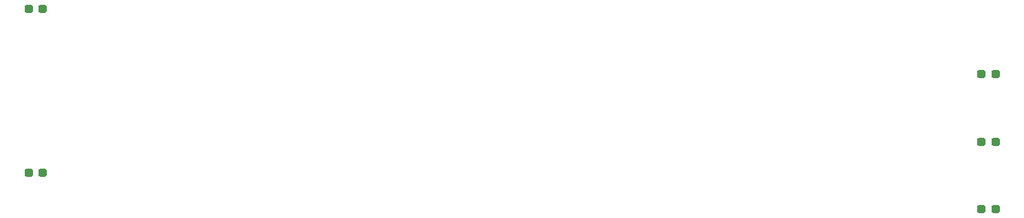
<source format=gbr>
%TF.GenerationSoftware,KiCad,Pcbnew,7.0.11-7.0.11~ubuntu22.04.1*%
%TF.CreationDate,2024-10-25T19:20:44+02:00*%
%TF.ProjectId,PowerBoard-Elec,506f7765-7242-46f6-9172-642d456c6563,rev?*%
%TF.SameCoordinates,Original*%
%TF.FileFunction,Paste,Top*%
%TF.FilePolarity,Positive*%
%FSLAX46Y46*%
G04 Gerber Fmt 4.6, Leading zero omitted, Abs format (unit mm)*
G04 Created by KiCad (PCBNEW 7.0.11-7.0.11~ubuntu22.04.1) date 2024-10-25 19:20:44*
%MOMM*%
%LPD*%
G01*
G04 APERTURE LIST*
G04 Aperture macros list*
%AMRoundRect*
0 Rectangle with rounded corners*
0 $1 Rounding radius*
0 $2 $3 $4 $5 $6 $7 $8 $9 X,Y pos of 4 corners*
0 Add a 4 corners polygon primitive as box body*
4,1,4,$2,$3,$4,$5,$6,$7,$8,$9,$2,$3,0*
0 Add four circle primitives for the rounded corners*
1,1,$1+$1,$2,$3*
1,1,$1+$1,$4,$5*
1,1,$1+$1,$6,$7*
1,1,$1+$1,$8,$9*
0 Add four rect primitives between the rounded corners*
20,1,$1+$1,$2,$3,$4,$5,0*
20,1,$1+$1,$4,$5,$6,$7,0*
20,1,$1+$1,$6,$7,$8,$9,0*
20,1,$1+$1,$8,$9,$2,$3,0*%
G04 Aperture macros list end*
%ADD10RoundRect,0.237500X-0.287500X-0.237500X0.287500X-0.237500X0.287500X0.237500X-0.287500X0.237500X0*%
%ADD11RoundRect,0.237500X0.287500X0.237500X-0.287500X0.237500X-0.287500X-0.237500X0.287500X-0.237500X0*%
G04 APERTURE END LIST*
D10*
%TO.C,Switch2*%
X21112852Y-41060000D03*
X22862852Y-41060000D03*
%TD*%
%TO.C,Switch5*%
X21112852Y-61280000D03*
X22862852Y-61280000D03*
%TD*%
D11*
%TO.C,Switch1*%
X140095152Y-49140000D03*
X138345152Y-49140000D03*
%TD*%
%TO.C,Switch3*%
X140095152Y-57505202D03*
X138345152Y-57505202D03*
%TD*%
%TO.C,Switch7*%
X140095152Y-65775202D03*
X138345152Y-65775202D03*
%TD*%
M02*

</source>
